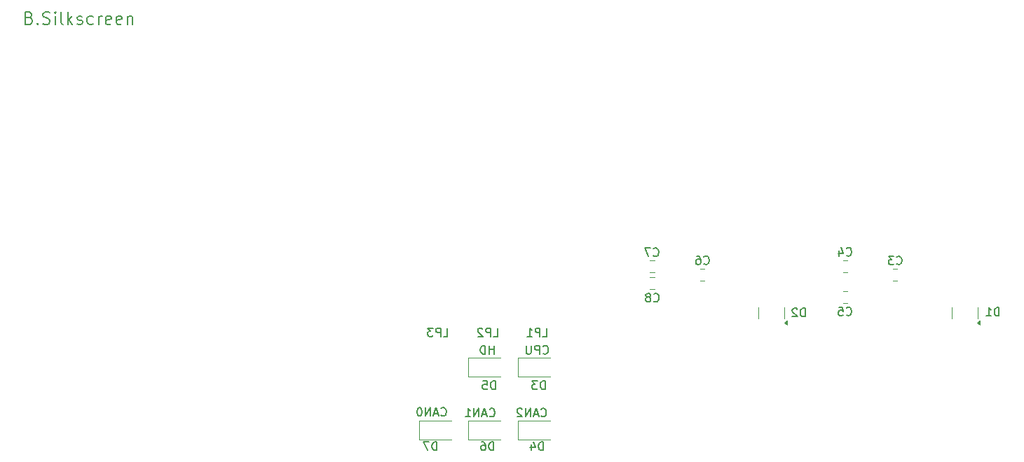
<source format=gbr>
%TF.GenerationSoftware,KiCad,Pcbnew,9.0.1-9.0.1-0~ubuntu24.04.1*%
%TF.CreationDate,2025-04-26T12:20:14-07:00*%
%TF.ProjectId,NX-IndicatorBoard,4e582d49-6e64-4696-9361-746f72426f61,1*%
%TF.SameCoordinates,Original*%
%TF.FileFunction,Legend,Bot*%
%TF.FilePolarity,Positive*%
%FSLAX46Y46*%
G04 Gerber Fmt 4.6, Leading zero omitted, Abs format (unit mm)*
G04 Created by KiCad (PCBNEW 9.0.1-9.0.1-0~ubuntu24.04.1) date 2025-04-26 12:20:14*
%MOMM*%
%LPD*%
G01*
G04 APERTURE LIST*
%ADD10C,0.187500*%
%ADD11C,0.152400*%
%ADD12C,0.120000*%
G04 APERTURE END LIST*
D10*
X29377697Y-73315964D02*
X29591983Y-73387392D01*
X29591983Y-73387392D02*
X29663412Y-73458821D01*
X29663412Y-73458821D02*
X29734840Y-73601678D01*
X29734840Y-73601678D02*
X29734840Y-73815964D01*
X29734840Y-73815964D02*
X29663412Y-73958821D01*
X29663412Y-73958821D02*
X29591983Y-74030250D01*
X29591983Y-74030250D02*
X29449126Y-74101678D01*
X29449126Y-74101678D02*
X28877697Y-74101678D01*
X28877697Y-74101678D02*
X28877697Y-72601678D01*
X28877697Y-72601678D02*
X29377697Y-72601678D01*
X29377697Y-72601678D02*
X29520555Y-72673107D01*
X29520555Y-72673107D02*
X29591983Y-72744535D01*
X29591983Y-72744535D02*
X29663412Y-72887392D01*
X29663412Y-72887392D02*
X29663412Y-73030250D01*
X29663412Y-73030250D02*
X29591983Y-73173107D01*
X29591983Y-73173107D02*
X29520555Y-73244535D01*
X29520555Y-73244535D02*
X29377697Y-73315964D01*
X29377697Y-73315964D02*
X28877697Y-73315964D01*
X30377697Y-73958821D02*
X30449126Y-74030250D01*
X30449126Y-74030250D02*
X30377697Y-74101678D01*
X30377697Y-74101678D02*
X30306269Y-74030250D01*
X30306269Y-74030250D02*
X30377697Y-73958821D01*
X30377697Y-73958821D02*
X30377697Y-74101678D01*
X31020555Y-74030250D02*
X31234841Y-74101678D01*
X31234841Y-74101678D02*
X31591983Y-74101678D01*
X31591983Y-74101678D02*
X31734841Y-74030250D01*
X31734841Y-74030250D02*
X31806269Y-73958821D01*
X31806269Y-73958821D02*
X31877698Y-73815964D01*
X31877698Y-73815964D02*
X31877698Y-73673107D01*
X31877698Y-73673107D02*
X31806269Y-73530250D01*
X31806269Y-73530250D02*
X31734841Y-73458821D01*
X31734841Y-73458821D02*
X31591983Y-73387392D01*
X31591983Y-73387392D02*
X31306269Y-73315964D01*
X31306269Y-73315964D02*
X31163412Y-73244535D01*
X31163412Y-73244535D02*
X31091983Y-73173107D01*
X31091983Y-73173107D02*
X31020555Y-73030250D01*
X31020555Y-73030250D02*
X31020555Y-72887392D01*
X31020555Y-72887392D02*
X31091983Y-72744535D01*
X31091983Y-72744535D02*
X31163412Y-72673107D01*
X31163412Y-72673107D02*
X31306269Y-72601678D01*
X31306269Y-72601678D02*
X31663412Y-72601678D01*
X31663412Y-72601678D02*
X31877698Y-72673107D01*
X32520554Y-74101678D02*
X32520554Y-73101678D01*
X32520554Y-72601678D02*
X32449126Y-72673107D01*
X32449126Y-72673107D02*
X32520554Y-72744535D01*
X32520554Y-72744535D02*
X32591983Y-72673107D01*
X32591983Y-72673107D02*
X32520554Y-72601678D01*
X32520554Y-72601678D02*
X32520554Y-72744535D01*
X33449126Y-74101678D02*
X33306269Y-74030250D01*
X33306269Y-74030250D02*
X33234840Y-73887392D01*
X33234840Y-73887392D02*
X33234840Y-72601678D01*
X34020554Y-74101678D02*
X34020554Y-72601678D01*
X34163412Y-73530250D02*
X34591983Y-74101678D01*
X34591983Y-73101678D02*
X34020554Y-73673107D01*
X35163412Y-74030250D02*
X35306269Y-74101678D01*
X35306269Y-74101678D02*
X35591983Y-74101678D01*
X35591983Y-74101678D02*
X35734840Y-74030250D01*
X35734840Y-74030250D02*
X35806269Y-73887392D01*
X35806269Y-73887392D02*
X35806269Y-73815964D01*
X35806269Y-73815964D02*
X35734840Y-73673107D01*
X35734840Y-73673107D02*
X35591983Y-73601678D01*
X35591983Y-73601678D02*
X35377698Y-73601678D01*
X35377698Y-73601678D02*
X35234840Y-73530250D01*
X35234840Y-73530250D02*
X35163412Y-73387392D01*
X35163412Y-73387392D02*
X35163412Y-73315964D01*
X35163412Y-73315964D02*
X35234840Y-73173107D01*
X35234840Y-73173107D02*
X35377698Y-73101678D01*
X35377698Y-73101678D02*
X35591983Y-73101678D01*
X35591983Y-73101678D02*
X35734840Y-73173107D01*
X37091984Y-74030250D02*
X36949126Y-74101678D01*
X36949126Y-74101678D02*
X36663412Y-74101678D01*
X36663412Y-74101678D02*
X36520555Y-74030250D01*
X36520555Y-74030250D02*
X36449126Y-73958821D01*
X36449126Y-73958821D02*
X36377698Y-73815964D01*
X36377698Y-73815964D02*
X36377698Y-73387392D01*
X36377698Y-73387392D02*
X36449126Y-73244535D01*
X36449126Y-73244535D02*
X36520555Y-73173107D01*
X36520555Y-73173107D02*
X36663412Y-73101678D01*
X36663412Y-73101678D02*
X36949126Y-73101678D01*
X36949126Y-73101678D02*
X37091984Y-73173107D01*
X37734840Y-74101678D02*
X37734840Y-73101678D01*
X37734840Y-73387392D02*
X37806269Y-73244535D01*
X37806269Y-73244535D02*
X37877698Y-73173107D01*
X37877698Y-73173107D02*
X38020555Y-73101678D01*
X38020555Y-73101678D02*
X38163412Y-73101678D01*
X39234840Y-74030250D02*
X39091983Y-74101678D01*
X39091983Y-74101678D02*
X38806269Y-74101678D01*
X38806269Y-74101678D02*
X38663411Y-74030250D01*
X38663411Y-74030250D02*
X38591983Y-73887392D01*
X38591983Y-73887392D02*
X38591983Y-73315964D01*
X38591983Y-73315964D02*
X38663411Y-73173107D01*
X38663411Y-73173107D02*
X38806269Y-73101678D01*
X38806269Y-73101678D02*
X39091983Y-73101678D01*
X39091983Y-73101678D02*
X39234840Y-73173107D01*
X39234840Y-73173107D02*
X39306269Y-73315964D01*
X39306269Y-73315964D02*
X39306269Y-73458821D01*
X39306269Y-73458821D02*
X38591983Y-73601678D01*
X40520554Y-74030250D02*
X40377697Y-74101678D01*
X40377697Y-74101678D02*
X40091983Y-74101678D01*
X40091983Y-74101678D02*
X39949125Y-74030250D01*
X39949125Y-74030250D02*
X39877697Y-73887392D01*
X39877697Y-73887392D02*
X39877697Y-73315964D01*
X39877697Y-73315964D02*
X39949125Y-73173107D01*
X39949125Y-73173107D02*
X40091983Y-73101678D01*
X40091983Y-73101678D02*
X40377697Y-73101678D01*
X40377697Y-73101678D02*
X40520554Y-73173107D01*
X40520554Y-73173107D02*
X40591983Y-73315964D01*
X40591983Y-73315964D02*
X40591983Y-73458821D01*
X40591983Y-73458821D02*
X39877697Y-73601678D01*
X41234839Y-73101678D02*
X41234839Y-74101678D01*
X41234839Y-73244535D02*
X41306268Y-73173107D01*
X41306268Y-73173107D02*
X41449125Y-73101678D01*
X41449125Y-73101678D02*
X41663411Y-73101678D01*
X41663411Y-73101678D02*
X41806268Y-73173107D01*
X41806268Y-73173107D02*
X41877697Y-73315964D01*
X41877697Y-73315964D02*
X41877697Y-74101678D01*
D11*
X128083732Y-109255134D02*
X128132113Y-109303515D01*
X128132113Y-109303515D02*
X128277256Y-109351895D01*
X128277256Y-109351895D02*
X128374018Y-109351895D01*
X128374018Y-109351895D02*
X128519161Y-109303515D01*
X128519161Y-109303515D02*
X128615923Y-109206753D01*
X128615923Y-109206753D02*
X128664304Y-109109991D01*
X128664304Y-109109991D02*
X128712685Y-108916467D01*
X128712685Y-108916467D02*
X128712685Y-108771324D01*
X128712685Y-108771324D02*
X128664304Y-108577800D01*
X128664304Y-108577800D02*
X128615923Y-108481038D01*
X128615923Y-108481038D02*
X128519161Y-108384276D01*
X128519161Y-108384276D02*
X128374018Y-108335895D01*
X128374018Y-108335895D02*
X128277256Y-108335895D01*
X128277256Y-108335895D02*
X128132113Y-108384276D01*
X128132113Y-108384276D02*
X128083732Y-108432657D01*
X127164494Y-108335895D02*
X127648304Y-108335895D01*
X127648304Y-108335895D02*
X127696685Y-108819705D01*
X127696685Y-108819705D02*
X127648304Y-108771324D01*
X127648304Y-108771324D02*
X127551542Y-108722943D01*
X127551542Y-108722943D02*
X127309637Y-108722943D01*
X127309637Y-108722943D02*
X127212875Y-108771324D01*
X127212875Y-108771324D02*
X127164494Y-108819705D01*
X127164494Y-108819705D02*
X127116113Y-108916467D01*
X127116113Y-108916467D02*
X127116113Y-109158372D01*
X127116113Y-109158372D02*
X127164494Y-109255134D01*
X127164494Y-109255134D02*
X127212875Y-109303515D01*
X127212875Y-109303515D02*
X127309637Y-109351895D01*
X127309637Y-109351895D02*
X127551542Y-109351895D01*
X127551542Y-109351895D02*
X127648304Y-109303515D01*
X127648304Y-109303515D02*
X127696685Y-109255134D01*
X85470904Y-125648695D02*
X85470904Y-124632695D01*
X85470904Y-124632695D02*
X85228999Y-124632695D01*
X85228999Y-124632695D02*
X85083856Y-124681076D01*
X85083856Y-124681076D02*
X84987094Y-124777838D01*
X84987094Y-124777838D02*
X84938713Y-124874600D01*
X84938713Y-124874600D02*
X84890332Y-125068124D01*
X84890332Y-125068124D02*
X84890332Y-125213267D01*
X84890332Y-125213267D02*
X84938713Y-125406791D01*
X84938713Y-125406791D02*
X84987094Y-125503553D01*
X84987094Y-125503553D02*
X85083856Y-125600315D01*
X85083856Y-125600315D02*
X85228999Y-125648695D01*
X85228999Y-125648695D02*
X85470904Y-125648695D01*
X84019475Y-124632695D02*
X84212999Y-124632695D01*
X84212999Y-124632695D02*
X84309761Y-124681076D01*
X84309761Y-124681076D02*
X84358142Y-124729457D01*
X84358142Y-124729457D02*
X84454904Y-124874600D01*
X84454904Y-124874600D02*
X84503285Y-125068124D01*
X84503285Y-125068124D02*
X84503285Y-125455172D01*
X84503285Y-125455172D02*
X84454904Y-125551934D01*
X84454904Y-125551934D02*
X84406523Y-125600315D01*
X84406523Y-125600315D02*
X84309761Y-125648695D01*
X84309761Y-125648695D02*
X84116237Y-125648695D01*
X84116237Y-125648695D02*
X84019475Y-125600315D01*
X84019475Y-125600315D02*
X83971094Y-125551934D01*
X83971094Y-125551934D02*
X83922713Y-125455172D01*
X83922713Y-125455172D02*
X83922713Y-125213267D01*
X83922713Y-125213267D02*
X83971094Y-125116505D01*
X83971094Y-125116505D02*
X84019475Y-125068124D01*
X84019475Y-125068124D02*
X84116237Y-125019743D01*
X84116237Y-125019743D02*
X84309761Y-125019743D01*
X84309761Y-125019743D02*
X84406523Y-125068124D01*
X84406523Y-125068124D02*
X84454904Y-125116505D01*
X84454904Y-125116505D02*
X84503285Y-125213267D01*
X84982351Y-121497934D02*
X85030732Y-121546315D01*
X85030732Y-121546315D02*
X85175875Y-121594695D01*
X85175875Y-121594695D02*
X85272637Y-121594695D01*
X85272637Y-121594695D02*
X85417780Y-121546315D01*
X85417780Y-121546315D02*
X85514542Y-121449553D01*
X85514542Y-121449553D02*
X85562923Y-121352791D01*
X85562923Y-121352791D02*
X85611304Y-121159267D01*
X85611304Y-121159267D02*
X85611304Y-121014124D01*
X85611304Y-121014124D02*
X85562923Y-120820600D01*
X85562923Y-120820600D02*
X85514542Y-120723838D01*
X85514542Y-120723838D02*
X85417780Y-120627076D01*
X85417780Y-120627076D02*
X85272637Y-120578695D01*
X85272637Y-120578695D02*
X85175875Y-120578695D01*
X85175875Y-120578695D02*
X85030732Y-120627076D01*
X85030732Y-120627076D02*
X84982351Y-120675457D01*
X84595304Y-121304410D02*
X84111494Y-121304410D01*
X84692066Y-121594695D02*
X84353399Y-120578695D01*
X84353399Y-120578695D02*
X84014732Y-121594695D01*
X83676066Y-121594695D02*
X83676066Y-120578695D01*
X83676066Y-120578695D02*
X83095494Y-121594695D01*
X83095494Y-121594695D02*
X83095494Y-120578695D01*
X82079494Y-121594695D02*
X82660066Y-121594695D01*
X82369780Y-121594695D02*
X82369780Y-120578695D01*
X82369780Y-120578695D02*
X82466542Y-120723838D01*
X82466542Y-120723838D02*
X82563304Y-120820600D01*
X82563304Y-120820600D02*
X82660066Y-120868981D01*
X85437132Y-111866495D02*
X85920942Y-111866495D01*
X85920942Y-111866495D02*
X85920942Y-110850495D01*
X85098466Y-111866495D02*
X85098466Y-110850495D01*
X85098466Y-110850495D02*
X84711418Y-110850495D01*
X84711418Y-110850495D02*
X84614656Y-110898876D01*
X84614656Y-110898876D02*
X84566275Y-110947257D01*
X84566275Y-110947257D02*
X84517894Y-111044019D01*
X84517894Y-111044019D02*
X84517894Y-111189162D01*
X84517894Y-111189162D02*
X84566275Y-111285924D01*
X84566275Y-111285924D02*
X84614656Y-111334305D01*
X84614656Y-111334305D02*
X84711418Y-111382686D01*
X84711418Y-111382686D02*
X85098466Y-111382686D01*
X84130847Y-110947257D02*
X84082466Y-110898876D01*
X84082466Y-110898876D02*
X83985704Y-110850495D01*
X83985704Y-110850495D02*
X83743799Y-110850495D01*
X83743799Y-110850495D02*
X83647037Y-110898876D01*
X83647037Y-110898876D02*
X83598656Y-110947257D01*
X83598656Y-110947257D02*
X83550275Y-111044019D01*
X83550275Y-111044019D02*
X83550275Y-111140781D01*
X83550275Y-111140781D02*
X83598656Y-111285924D01*
X83598656Y-111285924D02*
X84179228Y-111866495D01*
X84179228Y-111866495D02*
X83550275Y-111866495D01*
X110862532Y-103057534D02*
X110910913Y-103105915D01*
X110910913Y-103105915D02*
X111056056Y-103154295D01*
X111056056Y-103154295D02*
X111152818Y-103154295D01*
X111152818Y-103154295D02*
X111297961Y-103105915D01*
X111297961Y-103105915D02*
X111394723Y-103009153D01*
X111394723Y-103009153D02*
X111443104Y-102912391D01*
X111443104Y-102912391D02*
X111491485Y-102718867D01*
X111491485Y-102718867D02*
X111491485Y-102573724D01*
X111491485Y-102573724D02*
X111443104Y-102380200D01*
X111443104Y-102380200D02*
X111394723Y-102283438D01*
X111394723Y-102283438D02*
X111297961Y-102186676D01*
X111297961Y-102186676D02*
X111152818Y-102138295D01*
X111152818Y-102138295D02*
X111056056Y-102138295D01*
X111056056Y-102138295D02*
X110910913Y-102186676D01*
X110910913Y-102186676D02*
X110862532Y-102235057D01*
X109991675Y-102138295D02*
X110185199Y-102138295D01*
X110185199Y-102138295D02*
X110281961Y-102186676D01*
X110281961Y-102186676D02*
X110330342Y-102235057D01*
X110330342Y-102235057D02*
X110427104Y-102380200D01*
X110427104Y-102380200D02*
X110475485Y-102573724D01*
X110475485Y-102573724D02*
X110475485Y-102960772D01*
X110475485Y-102960772D02*
X110427104Y-103057534D01*
X110427104Y-103057534D02*
X110378723Y-103105915D01*
X110378723Y-103105915D02*
X110281961Y-103154295D01*
X110281961Y-103154295D02*
X110088437Y-103154295D01*
X110088437Y-103154295D02*
X109991675Y-103105915D01*
X109991675Y-103105915D02*
X109943294Y-103057534D01*
X109943294Y-103057534D02*
X109894913Y-102960772D01*
X109894913Y-102960772D02*
X109894913Y-102718867D01*
X109894913Y-102718867D02*
X109943294Y-102622105D01*
X109943294Y-102622105D02*
X109991675Y-102573724D01*
X109991675Y-102573724D02*
X110088437Y-102525343D01*
X110088437Y-102525343D02*
X110281961Y-102525343D01*
X110281961Y-102525343D02*
X110378723Y-102573724D01*
X110378723Y-102573724D02*
X110427104Y-102622105D01*
X110427104Y-102622105D02*
X110475485Y-102718867D01*
X104817332Y-107578734D02*
X104865713Y-107627115D01*
X104865713Y-107627115D02*
X105010856Y-107675495D01*
X105010856Y-107675495D02*
X105107618Y-107675495D01*
X105107618Y-107675495D02*
X105252761Y-107627115D01*
X105252761Y-107627115D02*
X105349523Y-107530353D01*
X105349523Y-107530353D02*
X105397904Y-107433591D01*
X105397904Y-107433591D02*
X105446285Y-107240067D01*
X105446285Y-107240067D02*
X105446285Y-107094924D01*
X105446285Y-107094924D02*
X105397904Y-106901400D01*
X105397904Y-106901400D02*
X105349523Y-106804638D01*
X105349523Y-106804638D02*
X105252761Y-106707876D01*
X105252761Y-106707876D02*
X105107618Y-106659495D01*
X105107618Y-106659495D02*
X105010856Y-106659495D01*
X105010856Y-106659495D02*
X104865713Y-106707876D01*
X104865713Y-106707876D02*
X104817332Y-106756257D01*
X104236761Y-107094924D02*
X104333523Y-107046543D01*
X104333523Y-107046543D02*
X104381904Y-106998162D01*
X104381904Y-106998162D02*
X104430285Y-106901400D01*
X104430285Y-106901400D02*
X104430285Y-106853019D01*
X104430285Y-106853019D02*
X104381904Y-106756257D01*
X104381904Y-106756257D02*
X104333523Y-106707876D01*
X104333523Y-106707876D02*
X104236761Y-106659495D01*
X104236761Y-106659495D02*
X104043237Y-106659495D01*
X104043237Y-106659495D02*
X103946475Y-106707876D01*
X103946475Y-106707876D02*
X103898094Y-106756257D01*
X103898094Y-106756257D02*
X103849713Y-106853019D01*
X103849713Y-106853019D02*
X103849713Y-106901400D01*
X103849713Y-106901400D02*
X103898094Y-106998162D01*
X103898094Y-106998162D02*
X103946475Y-107046543D01*
X103946475Y-107046543D02*
X104043237Y-107094924D01*
X104043237Y-107094924D02*
X104236761Y-107094924D01*
X104236761Y-107094924D02*
X104333523Y-107143305D01*
X104333523Y-107143305D02*
X104381904Y-107191686D01*
X104381904Y-107191686D02*
X104430285Y-107288448D01*
X104430285Y-107288448D02*
X104430285Y-107481972D01*
X104430285Y-107481972D02*
X104381904Y-107578734D01*
X104381904Y-107578734D02*
X104333523Y-107627115D01*
X104333523Y-107627115D02*
X104236761Y-107675495D01*
X104236761Y-107675495D02*
X104043237Y-107675495D01*
X104043237Y-107675495D02*
X103946475Y-107627115D01*
X103946475Y-107627115D02*
X103898094Y-107578734D01*
X103898094Y-107578734D02*
X103849713Y-107481972D01*
X103849713Y-107481972D02*
X103849713Y-107288448D01*
X103849713Y-107288448D02*
X103898094Y-107191686D01*
X103898094Y-107191686D02*
X103946475Y-107143305D01*
X103946475Y-107143305D02*
X104043237Y-107094924D01*
X146520504Y-109402695D02*
X146520504Y-108386695D01*
X146520504Y-108386695D02*
X146278599Y-108386695D01*
X146278599Y-108386695D02*
X146133456Y-108435076D01*
X146133456Y-108435076D02*
X146036694Y-108531838D01*
X146036694Y-108531838D02*
X145988313Y-108628600D01*
X145988313Y-108628600D02*
X145939932Y-108822124D01*
X145939932Y-108822124D02*
X145939932Y-108967267D01*
X145939932Y-108967267D02*
X145988313Y-109160791D01*
X145988313Y-109160791D02*
X146036694Y-109257553D01*
X146036694Y-109257553D02*
X146133456Y-109354315D01*
X146133456Y-109354315D02*
X146278599Y-109402695D01*
X146278599Y-109402695D02*
X146520504Y-109402695D01*
X144972313Y-109402695D02*
X145552885Y-109402695D01*
X145262599Y-109402695D02*
X145262599Y-108386695D01*
X145262599Y-108386695D02*
X145359361Y-108531838D01*
X145359361Y-108531838D02*
X145456123Y-108628600D01*
X145456123Y-108628600D02*
X145552885Y-108676981D01*
X134154332Y-103082934D02*
X134202713Y-103131315D01*
X134202713Y-103131315D02*
X134347856Y-103179695D01*
X134347856Y-103179695D02*
X134444618Y-103179695D01*
X134444618Y-103179695D02*
X134589761Y-103131315D01*
X134589761Y-103131315D02*
X134686523Y-103034553D01*
X134686523Y-103034553D02*
X134734904Y-102937791D01*
X134734904Y-102937791D02*
X134783285Y-102744267D01*
X134783285Y-102744267D02*
X134783285Y-102599124D01*
X134783285Y-102599124D02*
X134734904Y-102405600D01*
X134734904Y-102405600D02*
X134686523Y-102308838D01*
X134686523Y-102308838D02*
X134589761Y-102212076D01*
X134589761Y-102212076D02*
X134444618Y-102163695D01*
X134444618Y-102163695D02*
X134347856Y-102163695D01*
X134347856Y-102163695D02*
X134202713Y-102212076D01*
X134202713Y-102212076D02*
X134154332Y-102260457D01*
X133815666Y-102163695D02*
X133186713Y-102163695D01*
X133186713Y-102163695D02*
X133525380Y-102550743D01*
X133525380Y-102550743D02*
X133380237Y-102550743D01*
X133380237Y-102550743D02*
X133283475Y-102599124D01*
X133283475Y-102599124D02*
X133235094Y-102647505D01*
X133235094Y-102647505D02*
X133186713Y-102744267D01*
X133186713Y-102744267D02*
X133186713Y-102986172D01*
X133186713Y-102986172D02*
X133235094Y-103082934D01*
X133235094Y-103082934D02*
X133283475Y-103131315D01*
X133283475Y-103131315D02*
X133380237Y-103179695D01*
X133380237Y-103179695D02*
X133670523Y-103179695D01*
X133670523Y-103179695D02*
X133767285Y-103131315D01*
X133767285Y-103131315D02*
X133815666Y-103082934D01*
X79391932Y-111866495D02*
X79875742Y-111866495D01*
X79875742Y-111866495D02*
X79875742Y-110850495D01*
X79053266Y-111866495D02*
X79053266Y-110850495D01*
X79053266Y-110850495D02*
X78666218Y-110850495D01*
X78666218Y-110850495D02*
X78569456Y-110898876D01*
X78569456Y-110898876D02*
X78521075Y-110947257D01*
X78521075Y-110947257D02*
X78472694Y-111044019D01*
X78472694Y-111044019D02*
X78472694Y-111189162D01*
X78472694Y-111189162D02*
X78521075Y-111285924D01*
X78521075Y-111285924D02*
X78569456Y-111334305D01*
X78569456Y-111334305D02*
X78666218Y-111382686D01*
X78666218Y-111382686D02*
X79053266Y-111382686D01*
X78134028Y-110850495D02*
X77505075Y-110850495D01*
X77505075Y-110850495D02*
X77843742Y-111237543D01*
X77843742Y-111237543D02*
X77698599Y-111237543D01*
X77698599Y-111237543D02*
X77601837Y-111285924D01*
X77601837Y-111285924D02*
X77553456Y-111334305D01*
X77553456Y-111334305D02*
X77505075Y-111431067D01*
X77505075Y-111431067D02*
X77505075Y-111672972D01*
X77505075Y-111672972D02*
X77553456Y-111769734D01*
X77553456Y-111769734D02*
X77601837Y-111818115D01*
X77601837Y-111818115D02*
X77698599Y-111866495D01*
X77698599Y-111866495D02*
X77988885Y-111866495D01*
X77988885Y-111866495D02*
X78085647Y-111818115D01*
X78085647Y-111818115D02*
X78134028Y-111769734D01*
X85674104Y-118257295D02*
X85674104Y-117241295D01*
X85674104Y-117241295D02*
X85432199Y-117241295D01*
X85432199Y-117241295D02*
X85287056Y-117289676D01*
X85287056Y-117289676D02*
X85190294Y-117386438D01*
X85190294Y-117386438D02*
X85141913Y-117483200D01*
X85141913Y-117483200D02*
X85093532Y-117676724D01*
X85093532Y-117676724D02*
X85093532Y-117821867D01*
X85093532Y-117821867D02*
X85141913Y-118015391D01*
X85141913Y-118015391D02*
X85190294Y-118112153D01*
X85190294Y-118112153D02*
X85287056Y-118208915D01*
X85287056Y-118208915D02*
X85432199Y-118257295D01*
X85432199Y-118257295D02*
X85674104Y-118257295D01*
X84174294Y-117241295D02*
X84658104Y-117241295D01*
X84658104Y-117241295D02*
X84706485Y-117725105D01*
X84706485Y-117725105D02*
X84658104Y-117676724D01*
X84658104Y-117676724D02*
X84561342Y-117628343D01*
X84561342Y-117628343D02*
X84319437Y-117628343D01*
X84319437Y-117628343D02*
X84222675Y-117676724D01*
X84222675Y-117676724D02*
X84174294Y-117725105D01*
X84174294Y-117725105D02*
X84125913Y-117821867D01*
X84125913Y-117821867D02*
X84125913Y-118063772D01*
X84125913Y-118063772D02*
X84174294Y-118160534D01*
X84174294Y-118160534D02*
X84222675Y-118208915D01*
X84222675Y-118208915D02*
X84319437Y-118257295D01*
X84319437Y-118257295D02*
X84561342Y-118257295D01*
X84561342Y-118257295D02*
X84658104Y-118208915D01*
X84658104Y-118208915D02*
X84706485Y-118160534D01*
X85519285Y-113990095D02*
X85519285Y-112974095D01*
X85519285Y-113457905D02*
X84938713Y-113457905D01*
X84938713Y-113990095D02*
X84938713Y-112974095D01*
X84454904Y-113990095D02*
X84454904Y-112974095D01*
X84454904Y-112974095D02*
X84212999Y-112974095D01*
X84212999Y-112974095D02*
X84067856Y-113022476D01*
X84067856Y-113022476D02*
X83971094Y-113119238D01*
X83971094Y-113119238D02*
X83922713Y-113216000D01*
X83922713Y-113216000D02*
X83874332Y-113409524D01*
X83874332Y-113409524D02*
X83874332Y-113554667D01*
X83874332Y-113554667D02*
X83922713Y-113748191D01*
X83922713Y-113748191D02*
X83971094Y-113844953D01*
X83971094Y-113844953D02*
X84067856Y-113941715D01*
X84067856Y-113941715D02*
X84212999Y-113990095D01*
X84212999Y-113990095D02*
X84454904Y-113990095D01*
X91470904Y-125648695D02*
X91470904Y-124632695D01*
X91470904Y-124632695D02*
X91228999Y-124632695D01*
X91228999Y-124632695D02*
X91083856Y-124681076D01*
X91083856Y-124681076D02*
X90987094Y-124777838D01*
X90987094Y-124777838D02*
X90938713Y-124874600D01*
X90938713Y-124874600D02*
X90890332Y-125068124D01*
X90890332Y-125068124D02*
X90890332Y-125213267D01*
X90890332Y-125213267D02*
X90938713Y-125406791D01*
X90938713Y-125406791D02*
X90987094Y-125503553D01*
X90987094Y-125503553D02*
X91083856Y-125600315D01*
X91083856Y-125600315D02*
X91228999Y-125648695D01*
X91228999Y-125648695D02*
X91470904Y-125648695D01*
X90019475Y-124971362D02*
X90019475Y-125648695D01*
X90261380Y-124584315D02*
X90503285Y-125310029D01*
X90503285Y-125310029D02*
X89874332Y-125310029D01*
X91205351Y-121497934D02*
X91253732Y-121546315D01*
X91253732Y-121546315D02*
X91398875Y-121594695D01*
X91398875Y-121594695D02*
X91495637Y-121594695D01*
X91495637Y-121594695D02*
X91640780Y-121546315D01*
X91640780Y-121546315D02*
X91737542Y-121449553D01*
X91737542Y-121449553D02*
X91785923Y-121352791D01*
X91785923Y-121352791D02*
X91834304Y-121159267D01*
X91834304Y-121159267D02*
X91834304Y-121014124D01*
X91834304Y-121014124D02*
X91785923Y-120820600D01*
X91785923Y-120820600D02*
X91737542Y-120723838D01*
X91737542Y-120723838D02*
X91640780Y-120627076D01*
X91640780Y-120627076D02*
X91495637Y-120578695D01*
X91495637Y-120578695D02*
X91398875Y-120578695D01*
X91398875Y-120578695D02*
X91253732Y-120627076D01*
X91253732Y-120627076D02*
X91205351Y-120675457D01*
X90818304Y-121304410D02*
X90334494Y-121304410D01*
X90915066Y-121594695D02*
X90576399Y-120578695D01*
X90576399Y-120578695D02*
X90237732Y-121594695D01*
X89899066Y-121594695D02*
X89899066Y-120578695D01*
X89899066Y-120578695D02*
X89318494Y-121594695D01*
X89318494Y-121594695D02*
X89318494Y-120578695D01*
X88883066Y-120675457D02*
X88834685Y-120627076D01*
X88834685Y-120627076D02*
X88737923Y-120578695D01*
X88737923Y-120578695D02*
X88496018Y-120578695D01*
X88496018Y-120578695D02*
X88399256Y-120627076D01*
X88399256Y-120627076D02*
X88350875Y-120675457D01*
X88350875Y-120675457D02*
X88302494Y-120772219D01*
X88302494Y-120772219D02*
X88302494Y-120868981D01*
X88302494Y-120868981D02*
X88350875Y-121014124D01*
X88350875Y-121014124D02*
X88931447Y-121594695D01*
X88931447Y-121594695D02*
X88302494Y-121594695D01*
X78607304Y-125648695D02*
X78607304Y-124632695D01*
X78607304Y-124632695D02*
X78365399Y-124632695D01*
X78365399Y-124632695D02*
X78220256Y-124681076D01*
X78220256Y-124681076D02*
X78123494Y-124777838D01*
X78123494Y-124777838D02*
X78075113Y-124874600D01*
X78075113Y-124874600D02*
X78026732Y-125068124D01*
X78026732Y-125068124D02*
X78026732Y-125213267D01*
X78026732Y-125213267D02*
X78075113Y-125406791D01*
X78075113Y-125406791D02*
X78123494Y-125503553D01*
X78123494Y-125503553D02*
X78220256Y-125600315D01*
X78220256Y-125600315D02*
X78365399Y-125648695D01*
X78365399Y-125648695D02*
X78607304Y-125648695D01*
X77688066Y-124632695D02*
X77010732Y-124632695D01*
X77010732Y-124632695D02*
X77446161Y-125648695D01*
X79114951Y-121396334D02*
X79163332Y-121444715D01*
X79163332Y-121444715D02*
X79308475Y-121493095D01*
X79308475Y-121493095D02*
X79405237Y-121493095D01*
X79405237Y-121493095D02*
X79550380Y-121444715D01*
X79550380Y-121444715D02*
X79647142Y-121347953D01*
X79647142Y-121347953D02*
X79695523Y-121251191D01*
X79695523Y-121251191D02*
X79743904Y-121057667D01*
X79743904Y-121057667D02*
X79743904Y-120912524D01*
X79743904Y-120912524D02*
X79695523Y-120719000D01*
X79695523Y-120719000D02*
X79647142Y-120622238D01*
X79647142Y-120622238D02*
X79550380Y-120525476D01*
X79550380Y-120525476D02*
X79405237Y-120477095D01*
X79405237Y-120477095D02*
X79308475Y-120477095D01*
X79308475Y-120477095D02*
X79163332Y-120525476D01*
X79163332Y-120525476D02*
X79114951Y-120573857D01*
X78727904Y-121202810D02*
X78244094Y-121202810D01*
X78824666Y-121493095D02*
X78485999Y-120477095D01*
X78485999Y-120477095D02*
X78147332Y-121493095D01*
X77808666Y-121493095D02*
X77808666Y-120477095D01*
X77808666Y-120477095D02*
X77228094Y-121493095D01*
X77228094Y-121493095D02*
X77228094Y-120477095D01*
X76550761Y-120477095D02*
X76453999Y-120477095D01*
X76453999Y-120477095D02*
X76357237Y-120525476D01*
X76357237Y-120525476D02*
X76308856Y-120573857D01*
X76308856Y-120573857D02*
X76260475Y-120670619D01*
X76260475Y-120670619D02*
X76212094Y-120864143D01*
X76212094Y-120864143D02*
X76212094Y-121106048D01*
X76212094Y-121106048D02*
X76260475Y-121299572D01*
X76260475Y-121299572D02*
X76308856Y-121396334D01*
X76308856Y-121396334D02*
X76357237Y-121444715D01*
X76357237Y-121444715D02*
X76453999Y-121493095D01*
X76453999Y-121493095D02*
X76550761Y-121493095D01*
X76550761Y-121493095D02*
X76647523Y-121444715D01*
X76647523Y-121444715D02*
X76695904Y-121396334D01*
X76695904Y-121396334D02*
X76744285Y-121299572D01*
X76744285Y-121299572D02*
X76792666Y-121106048D01*
X76792666Y-121106048D02*
X76792666Y-120864143D01*
X76792666Y-120864143D02*
X76744285Y-120670619D01*
X76744285Y-120670619D02*
X76695904Y-120573857D01*
X76695904Y-120573857D02*
X76647523Y-120525476D01*
X76647523Y-120525476D02*
X76550761Y-120477095D01*
X128083732Y-102041534D02*
X128132113Y-102089915D01*
X128132113Y-102089915D02*
X128277256Y-102138295D01*
X128277256Y-102138295D02*
X128374018Y-102138295D01*
X128374018Y-102138295D02*
X128519161Y-102089915D01*
X128519161Y-102089915D02*
X128615923Y-101993153D01*
X128615923Y-101993153D02*
X128664304Y-101896391D01*
X128664304Y-101896391D02*
X128712685Y-101702867D01*
X128712685Y-101702867D02*
X128712685Y-101557724D01*
X128712685Y-101557724D02*
X128664304Y-101364200D01*
X128664304Y-101364200D02*
X128615923Y-101267438D01*
X128615923Y-101267438D02*
X128519161Y-101170676D01*
X128519161Y-101170676D02*
X128374018Y-101122295D01*
X128374018Y-101122295D02*
X128277256Y-101122295D01*
X128277256Y-101122295D02*
X128132113Y-101170676D01*
X128132113Y-101170676D02*
X128083732Y-101219057D01*
X127212875Y-101460962D02*
X127212875Y-102138295D01*
X127454780Y-101073915D02*
X127696685Y-101799629D01*
X127696685Y-101799629D02*
X127067732Y-101799629D01*
X104766532Y-102092334D02*
X104814913Y-102140715D01*
X104814913Y-102140715D02*
X104960056Y-102189095D01*
X104960056Y-102189095D02*
X105056818Y-102189095D01*
X105056818Y-102189095D02*
X105201961Y-102140715D01*
X105201961Y-102140715D02*
X105298723Y-102043953D01*
X105298723Y-102043953D02*
X105347104Y-101947191D01*
X105347104Y-101947191D02*
X105395485Y-101753667D01*
X105395485Y-101753667D02*
X105395485Y-101608524D01*
X105395485Y-101608524D02*
X105347104Y-101415000D01*
X105347104Y-101415000D02*
X105298723Y-101318238D01*
X105298723Y-101318238D02*
X105201961Y-101221476D01*
X105201961Y-101221476D02*
X105056818Y-101173095D01*
X105056818Y-101173095D02*
X104960056Y-101173095D01*
X104960056Y-101173095D02*
X104814913Y-101221476D01*
X104814913Y-101221476D02*
X104766532Y-101269857D01*
X104427866Y-101173095D02*
X103750532Y-101173095D01*
X103750532Y-101173095D02*
X104185961Y-102189095D01*
X123101704Y-109478895D02*
X123101704Y-108462895D01*
X123101704Y-108462895D02*
X122859799Y-108462895D01*
X122859799Y-108462895D02*
X122714656Y-108511276D01*
X122714656Y-108511276D02*
X122617894Y-108608038D01*
X122617894Y-108608038D02*
X122569513Y-108704800D01*
X122569513Y-108704800D02*
X122521132Y-108898324D01*
X122521132Y-108898324D02*
X122521132Y-109043467D01*
X122521132Y-109043467D02*
X122569513Y-109236991D01*
X122569513Y-109236991D02*
X122617894Y-109333753D01*
X122617894Y-109333753D02*
X122714656Y-109430515D01*
X122714656Y-109430515D02*
X122859799Y-109478895D01*
X122859799Y-109478895D02*
X123101704Y-109478895D01*
X122134085Y-108559657D02*
X122085704Y-108511276D01*
X122085704Y-108511276D02*
X121988942Y-108462895D01*
X121988942Y-108462895D02*
X121747037Y-108462895D01*
X121747037Y-108462895D02*
X121650275Y-108511276D01*
X121650275Y-108511276D02*
X121601894Y-108559657D01*
X121601894Y-108559657D02*
X121553513Y-108656419D01*
X121553513Y-108656419D02*
X121553513Y-108753181D01*
X121553513Y-108753181D02*
X121601894Y-108898324D01*
X121601894Y-108898324D02*
X122182466Y-109478895D01*
X122182466Y-109478895D02*
X121553513Y-109478895D01*
X91406132Y-111866495D02*
X91889942Y-111866495D01*
X91889942Y-111866495D02*
X91889942Y-110850495D01*
X91067466Y-111866495D02*
X91067466Y-110850495D01*
X91067466Y-110850495D02*
X90680418Y-110850495D01*
X90680418Y-110850495D02*
X90583656Y-110898876D01*
X90583656Y-110898876D02*
X90535275Y-110947257D01*
X90535275Y-110947257D02*
X90486894Y-111044019D01*
X90486894Y-111044019D02*
X90486894Y-111189162D01*
X90486894Y-111189162D02*
X90535275Y-111285924D01*
X90535275Y-111285924D02*
X90583656Y-111334305D01*
X90583656Y-111334305D02*
X90680418Y-111382686D01*
X90680418Y-111382686D02*
X91067466Y-111382686D01*
X89519275Y-111866495D02*
X90099847Y-111866495D01*
X89809561Y-111866495D02*
X89809561Y-110850495D01*
X89809561Y-110850495D02*
X89906323Y-110995638D01*
X89906323Y-110995638D02*
X90003085Y-111092400D01*
X90003085Y-111092400D02*
X90099847Y-111140781D01*
X91674104Y-118257295D02*
X91674104Y-117241295D01*
X91674104Y-117241295D02*
X91432199Y-117241295D01*
X91432199Y-117241295D02*
X91287056Y-117289676D01*
X91287056Y-117289676D02*
X91190294Y-117386438D01*
X91190294Y-117386438D02*
X91141913Y-117483200D01*
X91141913Y-117483200D02*
X91093532Y-117676724D01*
X91093532Y-117676724D02*
X91093532Y-117821867D01*
X91093532Y-117821867D02*
X91141913Y-118015391D01*
X91141913Y-118015391D02*
X91190294Y-118112153D01*
X91190294Y-118112153D02*
X91287056Y-118208915D01*
X91287056Y-118208915D02*
X91432199Y-118257295D01*
X91432199Y-118257295D02*
X91674104Y-118257295D01*
X90754866Y-117241295D02*
X90125913Y-117241295D01*
X90125913Y-117241295D02*
X90464580Y-117628343D01*
X90464580Y-117628343D02*
X90319437Y-117628343D01*
X90319437Y-117628343D02*
X90222675Y-117676724D01*
X90222675Y-117676724D02*
X90174294Y-117725105D01*
X90174294Y-117725105D02*
X90125913Y-117821867D01*
X90125913Y-117821867D02*
X90125913Y-118063772D01*
X90125913Y-118063772D02*
X90174294Y-118160534D01*
X90174294Y-118160534D02*
X90222675Y-118208915D01*
X90222675Y-118208915D02*
X90319437Y-118257295D01*
X90319437Y-118257295D02*
X90609723Y-118257295D01*
X90609723Y-118257295D02*
X90706485Y-118208915D01*
X90706485Y-118208915D02*
X90754866Y-118160534D01*
X91446713Y-113893334D02*
X91495094Y-113941715D01*
X91495094Y-113941715D02*
X91640237Y-113990095D01*
X91640237Y-113990095D02*
X91736999Y-113990095D01*
X91736999Y-113990095D02*
X91882142Y-113941715D01*
X91882142Y-113941715D02*
X91978904Y-113844953D01*
X91978904Y-113844953D02*
X92027285Y-113748191D01*
X92027285Y-113748191D02*
X92075666Y-113554667D01*
X92075666Y-113554667D02*
X92075666Y-113409524D01*
X92075666Y-113409524D02*
X92027285Y-113216000D01*
X92027285Y-113216000D02*
X91978904Y-113119238D01*
X91978904Y-113119238D02*
X91882142Y-113022476D01*
X91882142Y-113022476D02*
X91736999Y-112974095D01*
X91736999Y-112974095D02*
X91640237Y-112974095D01*
X91640237Y-112974095D02*
X91495094Y-113022476D01*
X91495094Y-113022476D02*
X91446713Y-113070857D01*
X91011285Y-113990095D02*
X91011285Y-112974095D01*
X91011285Y-112974095D02*
X90624237Y-112974095D01*
X90624237Y-112974095D02*
X90527475Y-113022476D01*
X90527475Y-113022476D02*
X90479094Y-113070857D01*
X90479094Y-113070857D02*
X90430713Y-113167619D01*
X90430713Y-113167619D02*
X90430713Y-113312762D01*
X90430713Y-113312762D02*
X90479094Y-113409524D01*
X90479094Y-113409524D02*
X90527475Y-113457905D01*
X90527475Y-113457905D02*
X90624237Y-113506286D01*
X90624237Y-113506286D02*
X91011285Y-113506286D01*
X89995285Y-112974095D02*
X89995285Y-113796572D01*
X89995285Y-113796572D02*
X89946904Y-113893334D01*
X89946904Y-113893334D02*
X89898523Y-113941715D01*
X89898523Y-113941715D02*
X89801761Y-113990095D01*
X89801761Y-113990095D02*
X89608237Y-113990095D01*
X89608237Y-113990095D02*
X89511475Y-113941715D01*
X89511475Y-113941715D02*
X89463094Y-113893334D01*
X89463094Y-113893334D02*
X89414713Y-113796572D01*
X89414713Y-113796572D02*
X89414713Y-112974095D01*
D12*
%TO.C,C5*%
X128175652Y-106402200D02*
X127653148Y-106402200D01*
X128175652Y-107872200D02*
X127653148Y-107872200D01*
%TO.C,D6*%
X82436000Y-122045000D02*
X82436000Y-124315000D01*
X82436000Y-124315000D02*
X86321000Y-124315000D01*
X86321000Y-122045000D02*
X82436000Y-122045000D01*
%TO.C,C6*%
X110954452Y-103659000D02*
X110431948Y-103659000D01*
X110954452Y-105129000D02*
X110431948Y-105129000D01*
%TO.C,C8*%
X104883852Y-104700400D02*
X104361348Y-104700400D01*
X104883852Y-106170400D02*
X104361348Y-106170400D01*
%TO.C,D1*%
X140821100Y-108366800D02*
X140821100Y-109016800D01*
X140821100Y-109666800D02*
X140821100Y-109016800D01*
X143941100Y-108366800D02*
X143941100Y-109016800D01*
X143941100Y-109666800D02*
X143941100Y-109016800D01*
X144221100Y-110419300D02*
X143891100Y-110179300D01*
X144221100Y-109939300D01*
X144221100Y-110419300D01*
G36*
X144221100Y-110419300D02*
G01*
X143891100Y-110179300D01*
X144221100Y-109939300D01*
X144221100Y-110419300D01*
G37*
%TO.C,C3*%
X134246252Y-103659000D02*
X133723748Y-103659000D01*
X134246252Y-105129000D02*
X133723748Y-105129000D01*
%TO.C,D5*%
X82436000Y-114425000D02*
X82436000Y-116695000D01*
X82436000Y-116695000D02*
X86321000Y-116695000D01*
X86321000Y-114425000D02*
X82436000Y-114425000D01*
%TO.C,D4*%
X88436000Y-122045000D02*
X88436000Y-124315000D01*
X88436000Y-124315000D02*
X92321000Y-124315000D01*
X92321000Y-122045000D02*
X88436000Y-122045000D01*
%TO.C,D7*%
X76436000Y-122045000D02*
X76436000Y-124315000D01*
X76436000Y-124315000D02*
X80321000Y-124315000D01*
X80321000Y-122045000D02*
X76436000Y-122045000D01*
%TO.C,C4*%
X128175652Y-102668400D02*
X127653148Y-102668400D01*
X128175652Y-104138400D02*
X127653148Y-104138400D01*
%TO.C,C7*%
X104883852Y-102668400D02*
X104361348Y-102668400D01*
X104883852Y-104138400D02*
X104361348Y-104138400D01*
%TO.C,D2*%
X117478500Y-108366800D02*
X117478500Y-109016800D01*
X117478500Y-109666800D02*
X117478500Y-109016800D01*
X120598500Y-108366800D02*
X120598500Y-109016800D01*
X120598500Y-109666800D02*
X120598500Y-109016800D01*
X120878500Y-110419300D02*
X120548500Y-110179300D01*
X120878500Y-109939300D01*
X120878500Y-110419300D01*
G36*
X120878500Y-110419300D02*
G01*
X120548500Y-110179300D01*
X120878500Y-109939300D01*
X120878500Y-110419300D01*
G37*
%TO.C,D3*%
X88436000Y-114425000D02*
X88436000Y-116695000D01*
X88436000Y-116695000D02*
X92321000Y-116695000D01*
X92321000Y-114425000D02*
X88436000Y-114425000D01*
%TD*%
M02*

</source>
